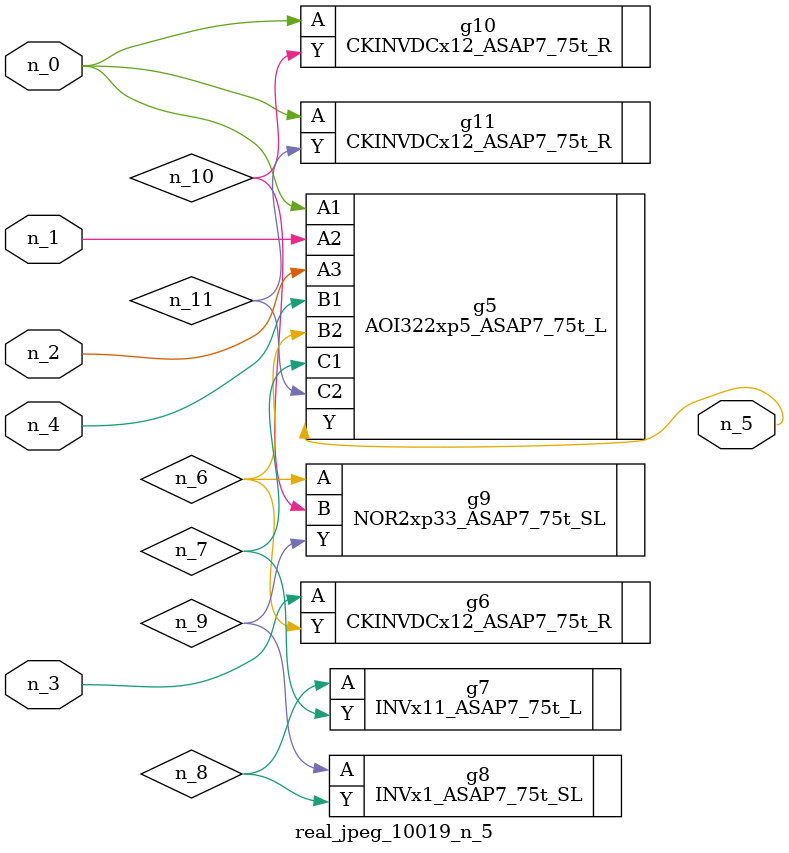
<source format=v>
module real_jpeg_10019_n_5 (n_4, n_0, n_1, n_2, n_3, n_5);

input n_4;
input n_0;
input n_1;
input n_2;
input n_3;

output n_5;

wire n_8;
wire n_11;
wire n_6;
wire n_7;
wire n_10;
wire n_9;

AOI322xp5_ASAP7_75t_L g5 ( 
.A1(n_0),
.A2(n_1),
.A3(n_2),
.B1(n_4),
.B2(n_6),
.C1(n_7),
.C2(n_11),
.Y(n_5)
);

CKINVDCx12_ASAP7_75t_R g10 ( 
.A(n_0),
.Y(n_10)
);

CKINVDCx12_ASAP7_75t_R g11 ( 
.A(n_0),
.Y(n_11)
);

CKINVDCx12_ASAP7_75t_R g6 ( 
.A(n_3),
.Y(n_6)
);

NOR2xp33_ASAP7_75t_SL g9 ( 
.A(n_6),
.B(n_10),
.Y(n_9)
);

INVx11_ASAP7_75t_L g7 ( 
.A(n_8),
.Y(n_7)
);

INVx1_ASAP7_75t_SL g8 ( 
.A(n_9),
.Y(n_8)
);


endmodule
</source>
